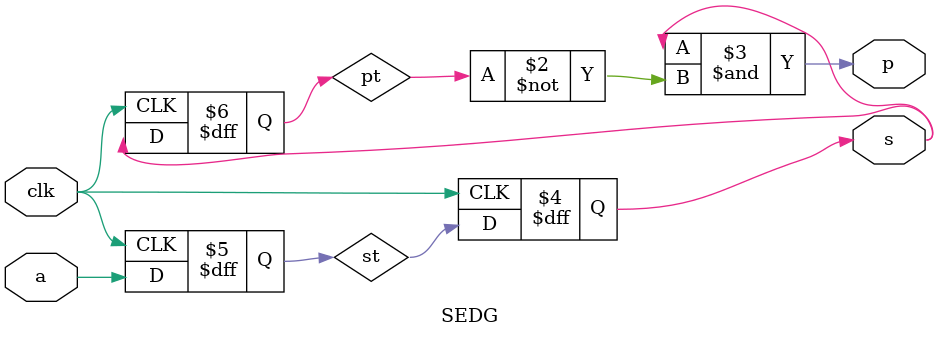
<source format=v>
`timescale 1ns / 1ps


module SEDG(
    input clk,a,
    output reg s,
    output p
    );
    
    reg st,pt;
    
    //Á½¼¶Í¬²½£¬¶ÔsÈ¡±ßÑØ
    always@(posedge clk)
    begin
        st <= a;
        s <= st;
        pt <= s;
    end
    
    assign p = s & (~pt);
    
endmodule

</source>
